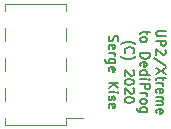
<source format=gbr>
%TF.GenerationSoftware,KiCad,Pcbnew,(5.1.8)-1*%
%TF.CreationDate,2020-12-08T09:30:58-08:00*%
%TF.ProjectId,UP-SPI-Adapter,55502d53-5049-42d4-9164-61707465722e,rev?*%
%TF.SameCoordinates,Original*%
%TF.FileFunction,Legend,Top*%
%TF.FilePolarity,Positive*%
%FSLAX46Y46*%
G04 Gerber Fmt 4.6, Leading zero omitted, Abs format (unit mm)*
G04 Created by KiCad (PCBNEW (5.1.8)-1) date 2020-12-08 09:30:58*
%MOMM*%
%LPD*%
G01*
G04 APERTURE LIST*
%ADD10C,0.150000*%
%ADD11C,0.120000*%
G04 APERTURE END LIST*
D10*
X204710595Y-122225238D02*
X204062976Y-122225238D01*
X203986785Y-122263333D01*
X203948690Y-122301428D01*
X203910595Y-122377619D01*
X203910595Y-122530000D01*
X203948690Y-122606190D01*
X203986785Y-122644285D01*
X204062976Y-122682380D01*
X204710595Y-122682380D01*
X203910595Y-123063333D02*
X204710595Y-123063333D01*
X204710595Y-123368095D01*
X204672500Y-123444285D01*
X204634404Y-123482380D01*
X204558214Y-123520476D01*
X204443928Y-123520476D01*
X204367738Y-123482380D01*
X204329642Y-123444285D01*
X204291547Y-123368095D01*
X204291547Y-123063333D01*
X204634404Y-123825238D02*
X204672500Y-123863333D01*
X204710595Y-123939523D01*
X204710595Y-124130000D01*
X204672500Y-124206190D01*
X204634404Y-124244285D01*
X204558214Y-124282380D01*
X204482023Y-124282380D01*
X204367738Y-124244285D01*
X203910595Y-123787142D01*
X203910595Y-124282380D01*
X204748690Y-125196666D02*
X203720119Y-124510952D01*
X204710595Y-125387142D02*
X203910595Y-125920476D01*
X204710595Y-125920476D02*
X203910595Y-125387142D01*
X204443928Y-126110952D02*
X204443928Y-126415714D01*
X204710595Y-126225238D02*
X204024880Y-126225238D01*
X203948690Y-126263333D01*
X203910595Y-126339523D01*
X203910595Y-126415714D01*
X203910595Y-126682380D02*
X204443928Y-126682380D01*
X204291547Y-126682380D02*
X204367738Y-126720476D01*
X204405833Y-126758571D01*
X204443928Y-126834761D01*
X204443928Y-126910952D01*
X203948690Y-127482380D02*
X203910595Y-127406190D01*
X203910595Y-127253809D01*
X203948690Y-127177619D01*
X204024880Y-127139523D01*
X204329642Y-127139523D01*
X204405833Y-127177619D01*
X204443928Y-127253809D01*
X204443928Y-127406190D01*
X204405833Y-127482380D01*
X204329642Y-127520476D01*
X204253452Y-127520476D01*
X204177261Y-127139523D01*
X203910595Y-127863333D02*
X204443928Y-127863333D01*
X204367738Y-127863333D02*
X204405833Y-127901428D01*
X204443928Y-127977619D01*
X204443928Y-128091904D01*
X204405833Y-128168095D01*
X204329642Y-128206190D01*
X203910595Y-128206190D01*
X204329642Y-128206190D02*
X204405833Y-128244285D01*
X204443928Y-128320476D01*
X204443928Y-128434761D01*
X204405833Y-128510952D01*
X204329642Y-128549047D01*
X203910595Y-128549047D01*
X203948690Y-129234761D02*
X203910595Y-129158571D01*
X203910595Y-129006190D01*
X203948690Y-128930000D01*
X204024880Y-128891904D01*
X204329642Y-128891904D01*
X204405833Y-128930000D01*
X204443928Y-129006190D01*
X204443928Y-129158571D01*
X204405833Y-129234761D01*
X204329642Y-129272857D01*
X204253452Y-129272857D01*
X204177261Y-128891904D01*
X203093928Y-122244285D02*
X203093928Y-122549047D01*
X203360595Y-122358571D02*
X202674880Y-122358571D01*
X202598690Y-122396666D01*
X202560595Y-122472857D01*
X202560595Y-122549047D01*
X202560595Y-122930000D02*
X202598690Y-122853809D01*
X202636785Y-122815714D01*
X202712976Y-122777619D01*
X202941547Y-122777619D01*
X203017738Y-122815714D01*
X203055833Y-122853809D01*
X203093928Y-122930000D01*
X203093928Y-123044285D01*
X203055833Y-123120476D01*
X203017738Y-123158571D01*
X202941547Y-123196666D01*
X202712976Y-123196666D01*
X202636785Y-123158571D01*
X202598690Y-123120476D01*
X202560595Y-123044285D01*
X202560595Y-122930000D01*
X202560595Y-124149047D02*
X203360595Y-124149047D01*
X203360595Y-124339523D01*
X203322500Y-124453809D01*
X203246309Y-124530000D01*
X203170119Y-124568095D01*
X203017738Y-124606190D01*
X202903452Y-124606190D01*
X202751071Y-124568095D01*
X202674880Y-124530000D01*
X202598690Y-124453809D01*
X202560595Y-124339523D01*
X202560595Y-124149047D01*
X202598690Y-125253809D02*
X202560595Y-125177619D01*
X202560595Y-125025238D01*
X202598690Y-124949047D01*
X202674880Y-124910952D01*
X202979642Y-124910952D01*
X203055833Y-124949047D01*
X203093928Y-125025238D01*
X203093928Y-125177619D01*
X203055833Y-125253809D01*
X202979642Y-125291904D01*
X202903452Y-125291904D01*
X202827261Y-124910952D01*
X202560595Y-125977619D02*
X203360595Y-125977619D01*
X202598690Y-125977619D02*
X202560595Y-125901428D01*
X202560595Y-125749047D01*
X202598690Y-125672857D01*
X202636785Y-125634761D01*
X202712976Y-125596666D01*
X202941547Y-125596666D01*
X203017738Y-125634761D01*
X203055833Y-125672857D01*
X203093928Y-125749047D01*
X203093928Y-125901428D01*
X203055833Y-125977619D01*
X202560595Y-126358571D02*
X203093928Y-126358571D01*
X203360595Y-126358571D02*
X203322500Y-126320476D01*
X203284404Y-126358571D01*
X203322500Y-126396666D01*
X203360595Y-126358571D01*
X203284404Y-126358571D01*
X202560595Y-126739523D02*
X203360595Y-126739523D01*
X203360595Y-127044285D01*
X203322500Y-127120476D01*
X203284404Y-127158571D01*
X203208214Y-127196666D01*
X203093928Y-127196666D01*
X203017738Y-127158571D01*
X202979642Y-127120476D01*
X202941547Y-127044285D01*
X202941547Y-126739523D01*
X202560595Y-127539523D02*
X203093928Y-127539523D01*
X202941547Y-127539523D02*
X203017738Y-127577619D01*
X203055833Y-127615714D01*
X203093928Y-127691904D01*
X203093928Y-127768095D01*
X202560595Y-128149047D02*
X202598690Y-128072857D01*
X202636785Y-128034761D01*
X202712976Y-127996666D01*
X202941547Y-127996666D01*
X203017738Y-128034761D01*
X203055833Y-128072857D01*
X203093928Y-128149047D01*
X203093928Y-128263333D01*
X203055833Y-128339523D01*
X203017738Y-128377619D01*
X202941547Y-128415714D01*
X202712976Y-128415714D01*
X202636785Y-128377619D01*
X202598690Y-128339523D01*
X202560595Y-128263333D01*
X202560595Y-128149047D01*
X203093928Y-129101428D02*
X202446309Y-129101428D01*
X202370119Y-129063333D01*
X202332023Y-129025238D01*
X202293928Y-128949047D01*
X202293928Y-128834761D01*
X202332023Y-128758571D01*
X202598690Y-129101428D02*
X202560595Y-129025238D01*
X202560595Y-128872857D01*
X202598690Y-128796666D01*
X202636785Y-128758571D01*
X202712976Y-128720476D01*
X202941547Y-128720476D01*
X203017738Y-128758571D01*
X203055833Y-128796666D01*
X203093928Y-128872857D01*
X203093928Y-129025238D01*
X203055833Y-129101428D01*
X200905833Y-123387142D02*
X200943928Y-123349047D01*
X201058214Y-123272857D01*
X201134404Y-123234761D01*
X201248690Y-123196666D01*
X201439166Y-123158571D01*
X201591547Y-123158571D01*
X201782023Y-123196666D01*
X201896309Y-123234761D01*
X201972500Y-123272857D01*
X202086785Y-123349047D01*
X202124880Y-123387142D01*
X201286785Y-124149047D02*
X201248690Y-124110952D01*
X201210595Y-123996666D01*
X201210595Y-123920476D01*
X201248690Y-123806190D01*
X201324880Y-123730000D01*
X201401071Y-123691904D01*
X201553452Y-123653809D01*
X201667738Y-123653809D01*
X201820119Y-123691904D01*
X201896309Y-123730000D01*
X201972500Y-123806190D01*
X202010595Y-123920476D01*
X202010595Y-123996666D01*
X201972500Y-124110952D01*
X201934404Y-124149047D01*
X200905833Y-124415714D02*
X200943928Y-124453809D01*
X201058214Y-124530000D01*
X201134404Y-124568095D01*
X201248690Y-124606190D01*
X201439166Y-124644285D01*
X201591547Y-124644285D01*
X201782023Y-124606190D01*
X201896309Y-124568095D01*
X201972500Y-124530000D01*
X202086785Y-124453809D01*
X202124880Y-124415714D01*
X201934404Y-125596666D02*
X201972500Y-125634761D01*
X202010595Y-125710952D01*
X202010595Y-125901428D01*
X201972500Y-125977619D01*
X201934404Y-126015714D01*
X201858214Y-126053809D01*
X201782023Y-126053809D01*
X201667738Y-126015714D01*
X201210595Y-125558571D01*
X201210595Y-126053809D01*
X202010595Y-126549047D02*
X202010595Y-126625238D01*
X201972500Y-126701428D01*
X201934404Y-126739523D01*
X201858214Y-126777619D01*
X201705833Y-126815714D01*
X201515357Y-126815714D01*
X201362976Y-126777619D01*
X201286785Y-126739523D01*
X201248690Y-126701428D01*
X201210595Y-126625238D01*
X201210595Y-126549047D01*
X201248690Y-126472857D01*
X201286785Y-126434761D01*
X201362976Y-126396666D01*
X201515357Y-126358571D01*
X201705833Y-126358571D01*
X201858214Y-126396666D01*
X201934404Y-126434761D01*
X201972500Y-126472857D01*
X202010595Y-126549047D01*
X201934404Y-127120476D02*
X201972500Y-127158571D01*
X202010595Y-127234761D01*
X202010595Y-127425238D01*
X201972500Y-127501428D01*
X201934404Y-127539523D01*
X201858214Y-127577619D01*
X201782023Y-127577619D01*
X201667738Y-127539523D01*
X201210595Y-127082380D01*
X201210595Y-127577619D01*
X202010595Y-128072857D02*
X202010595Y-128149047D01*
X201972500Y-128225238D01*
X201934404Y-128263333D01*
X201858214Y-128301428D01*
X201705833Y-128339523D01*
X201515357Y-128339523D01*
X201362976Y-128301428D01*
X201286785Y-128263333D01*
X201248690Y-128225238D01*
X201210595Y-128149047D01*
X201210595Y-128072857D01*
X201248690Y-127996666D01*
X201286785Y-127958571D01*
X201362976Y-127920476D01*
X201515357Y-127882380D01*
X201705833Y-127882380D01*
X201858214Y-127920476D01*
X201934404Y-127958571D01*
X201972500Y-127996666D01*
X202010595Y-128072857D01*
X199898690Y-122644285D02*
X199860595Y-122758571D01*
X199860595Y-122949047D01*
X199898690Y-123025238D01*
X199936785Y-123063333D01*
X200012976Y-123101428D01*
X200089166Y-123101428D01*
X200165357Y-123063333D01*
X200203452Y-123025238D01*
X200241547Y-122949047D01*
X200279642Y-122796666D01*
X200317738Y-122720476D01*
X200355833Y-122682380D01*
X200432023Y-122644285D01*
X200508214Y-122644285D01*
X200584404Y-122682380D01*
X200622500Y-122720476D01*
X200660595Y-122796666D01*
X200660595Y-122987142D01*
X200622500Y-123101428D01*
X199898690Y-123749047D02*
X199860595Y-123672857D01*
X199860595Y-123520476D01*
X199898690Y-123444285D01*
X199974880Y-123406190D01*
X200279642Y-123406190D01*
X200355833Y-123444285D01*
X200393928Y-123520476D01*
X200393928Y-123672857D01*
X200355833Y-123749047D01*
X200279642Y-123787142D01*
X200203452Y-123787142D01*
X200127261Y-123406190D01*
X199860595Y-124130000D02*
X200393928Y-124130000D01*
X200241547Y-124130000D02*
X200317738Y-124168095D01*
X200355833Y-124206190D01*
X200393928Y-124282380D01*
X200393928Y-124358571D01*
X200393928Y-124968095D02*
X199746309Y-124968095D01*
X199670119Y-124930000D01*
X199632023Y-124891904D01*
X199593928Y-124815714D01*
X199593928Y-124701428D01*
X199632023Y-124625238D01*
X199898690Y-124968095D02*
X199860595Y-124891904D01*
X199860595Y-124739523D01*
X199898690Y-124663333D01*
X199936785Y-124625238D01*
X200012976Y-124587142D01*
X200241547Y-124587142D01*
X200317738Y-124625238D01*
X200355833Y-124663333D01*
X200393928Y-124739523D01*
X200393928Y-124891904D01*
X200355833Y-124968095D01*
X199898690Y-125653809D02*
X199860595Y-125577619D01*
X199860595Y-125425238D01*
X199898690Y-125349047D01*
X199974880Y-125310952D01*
X200279642Y-125310952D01*
X200355833Y-125349047D01*
X200393928Y-125425238D01*
X200393928Y-125577619D01*
X200355833Y-125653809D01*
X200279642Y-125691904D01*
X200203452Y-125691904D01*
X200127261Y-125310952D01*
X199860595Y-126644285D02*
X200660595Y-126644285D01*
X199860595Y-127101428D02*
X200317738Y-126758571D01*
X200660595Y-127101428D02*
X200203452Y-126644285D01*
X199860595Y-127444285D02*
X200393928Y-127444285D01*
X200660595Y-127444285D02*
X200622500Y-127406190D01*
X200584404Y-127444285D01*
X200622500Y-127482380D01*
X200660595Y-127444285D01*
X200584404Y-127444285D01*
X199898690Y-127787142D02*
X199860595Y-127863333D01*
X199860595Y-128015714D01*
X199898690Y-128091904D01*
X199974880Y-128130000D01*
X200012976Y-128130000D01*
X200089166Y-128091904D01*
X200127261Y-128015714D01*
X200127261Y-127901428D01*
X200165357Y-127825238D01*
X200241547Y-127787142D01*
X200279642Y-127787142D01*
X200355833Y-127825238D01*
X200393928Y-127901428D01*
X200393928Y-128015714D01*
X200355833Y-128091904D01*
X199898690Y-128777619D02*
X199860595Y-128701428D01*
X199860595Y-128549047D01*
X199898690Y-128472857D01*
X199974880Y-128434761D01*
X200279642Y-128434761D01*
X200355833Y-128472857D01*
X200393928Y-128549047D01*
X200393928Y-128701428D01*
X200355833Y-128777619D01*
X200279642Y-128815714D01*
X200203452Y-128815714D01*
X200127261Y-128434761D01*
D11*
%TO.C,J1*%
X196275000Y-130235000D02*
X191075000Y-130235000D01*
X196275000Y-119955000D02*
X191075000Y-119955000D01*
X197715000Y-129665000D02*
X196275000Y-129665000D01*
X196275000Y-130235000D02*
X196275000Y-129665000D01*
X191075000Y-130235000D02*
X191075000Y-129665000D01*
X196275000Y-120525000D02*
X196275000Y-119955000D01*
X191075000Y-120525000D02*
X191075000Y-119955000D01*
X196275000Y-128145000D02*
X196275000Y-127125000D01*
X191075000Y-128145000D02*
X191075000Y-127125000D01*
X196275000Y-125605000D02*
X196275000Y-124585000D01*
X191075000Y-125605000D02*
X191075000Y-124585000D01*
X196275000Y-123065000D02*
X196275000Y-122045000D01*
X191075000Y-123065000D02*
X191075000Y-122045000D01*
%TD*%
M02*

</source>
